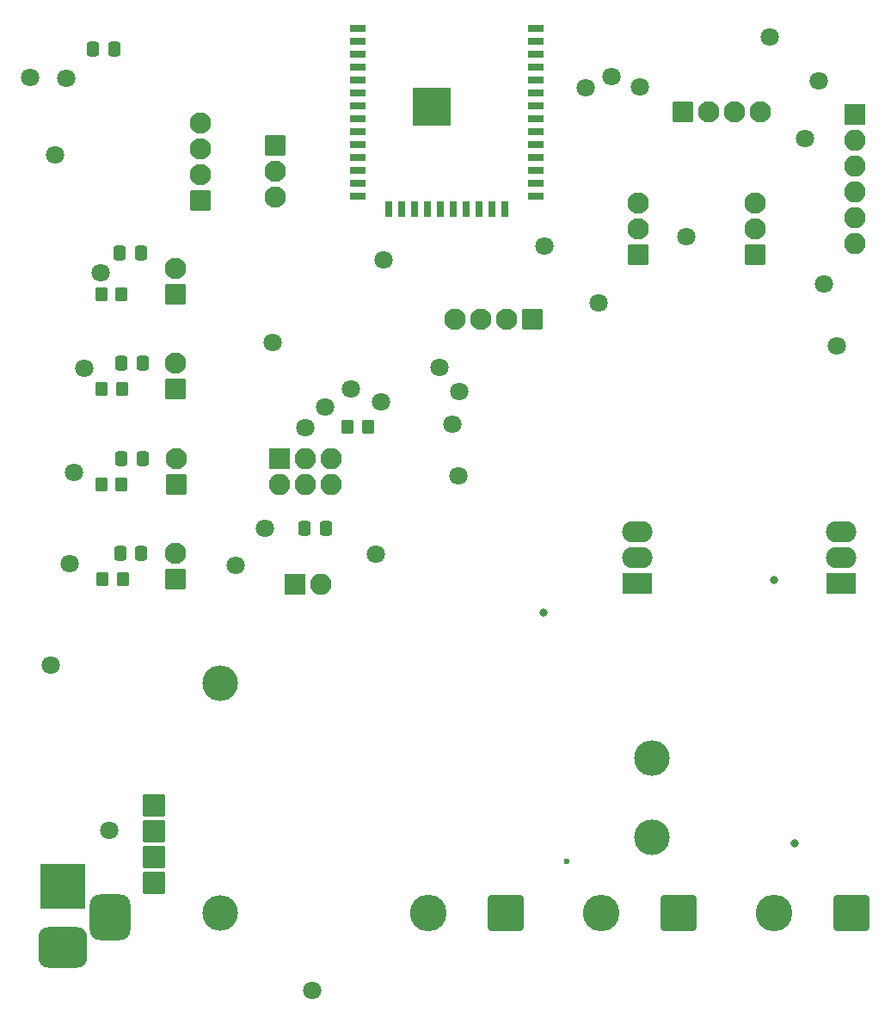
<source format=gbr>
%TF.GenerationSoftware,KiCad,Pcbnew,9.0.5*%
%TF.CreationDate,2025-10-21T15:42:54-03:00*%
%TF.ProjectId,v0.2,76302e32-2e6b-4696-9361-645f70636258,rev?*%
%TF.SameCoordinates,Original*%
%TF.FileFunction,Soldermask,Top*%
%TF.FilePolarity,Negative*%
%FSLAX46Y46*%
G04 Gerber Fmt 4.6, Leading zero omitted, Abs format (unit mm)*
G04 Created by KiCad (PCBNEW 9.0.5) date 2025-10-21 15:42:54*
%MOMM*%
%LPD*%
G01*
G04 APERTURE LIST*
G04 Aperture macros list*
%AMRoundRect*
0 Rectangle with rounded corners*
0 $1 Rounding radius*
0 $2 $3 $4 $5 $6 $7 $8 $9 X,Y pos of 4 corners*
0 Add a 4 corners polygon primitive as box body*
4,1,4,$2,$3,$4,$5,$6,$7,$8,$9,$2,$3,0*
0 Add four circle primitives for the rounded corners*
1,1,$1+$1,$2,$3*
1,1,$1+$1,$4,$5*
1,1,$1+$1,$6,$7*
1,1,$1+$1,$8,$9*
0 Add four rect primitives between the rounded corners*
20,1,$1+$1,$2,$3,$4,$5,0*
20,1,$1+$1,$4,$5,$6,$7,0*
20,1,$1+$1,$6,$7,$8,$9,0*
20,1,$1+$1,$8,$9,$2,$3,0*%
G04 Aperture macros list end*
%ADD10RoundRect,0.250000X-0.350000X-0.450000X0.350000X-0.450000X0.350000X0.450000X-0.350000X0.450000X0*%
%ADD11RoundRect,0.250000X-0.337500X-0.475000X0.337500X-0.475000X0.337500X0.475000X-0.337500X0.475000X0*%
%ADD12RoundRect,0.250000X0.337500X0.475000X-0.337500X0.475000X-0.337500X-0.475000X0.337500X-0.475000X0*%
%ADD13R,4.500000X4.500000*%
%ADD14RoundRect,1.000000X1.400000X-1.000000X1.400000X1.000000X-1.400000X1.000000X-1.400000X-1.000000X0*%
%ADD15RoundRect,1.000000X1.000000X-1.250000X1.000000X1.250000X-1.000000X1.250000X-1.000000X-1.250000X0*%
%ADD16RoundRect,0.250000X0.350000X0.450000X-0.350000X0.450000X-0.350000X-0.450000X0.350000X-0.450000X0*%
%ADD17R,1.500000X0.800000*%
%ADD18R,0.800000X1.500000*%
%ADD19C,0.600000*%
%ADD20R,3.800000X3.800000*%
%ADD21C,3.500000*%
%ADD22O,3.500000X3.500000*%
%ADD23R,3.000000X2.100000*%
%ADD24O,3.000000X2.100000*%
%ADD25RoundRect,0.301724X0.748276X-0.748276X0.748276X0.748276X-0.748276X0.748276X-0.748276X-0.748276X0*%
%ADD26C,2.100000*%
%ADD27RoundRect,0.428573X1.371427X1.371427X-1.371427X1.371427X-1.371427X-1.371427X1.371427X-1.371427X0*%
%ADD28O,3.600000X3.600000*%
%ADD29RoundRect,0.301724X0.748276X0.748276X-0.748276X0.748276X-0.748276X-0.748276X0.748276X-0.748276X0*%
%ADD30RoundRect,0.301724X-0.748276X-0.748276X0.748276X-0.748276X0.748276X0.748276X-0.748276X0.748276X0*%
%ADD31RoundRect,0.102000X-1.000000X-1.000000X1.000000X-1.000000X1.000000X1.000000X-1.000000X1.000000X0*%
%ADD32RoundRect,0.301724X-0.748276X0.748276X-0.748276X-0.748276X0.748276X-0.748276X0.748276X0.748276X0*%
%ADD33R,2.100000X2.100000*%
%ADD34O,2.100000X2.100000*%
%ADD35C,1.800000*%
%ADD36C,0.800000*%
%ADD37C,0.350000*%
%ADD38C,0.300000*%
%ADD39O,3.000000X1.000000*%
%ADD40O,1.000000X3.000000*%
%ADD41C,0.200000*%
G04 APERTURE END LIST*
D10*
%TO.C,R2*%
X41200000Y-106400000D03*
X43200000Y-106400000D03*
%TD*%
D11*
%TO.C,C5*%
X43032500Y-83650000D03*
X45107500Y-83650000D03*
%TD*%
D12*
%TO.C,C1*%
X42457500Y-63600000D03*
X40382500Y-63600000D03*
%TD*%
D10*
%TO.C,R1*%
X41320000Y-115700000D03*
X43320000Y-115700000D03*
%TD*%
D11*
%TO.C,C7*%
X61212500Y-110750000D03*
X63287500Y-110750000D03*
%TD*%
D13*
%TO.C,J17*%
X37400000Y-146000000D03*
D14*
X37400000Y-152000000D03*
D15*
X42100000Y-149000000D03*
%TD*%
D16*
%TO.C,R5*%
X67470000Y-100750000D03*
X65470000Y-100750000D03*
%TD*%
D17*
%TO.C,U1*%
X66470000Y-61550000D03*
X66470000Y-62820000D03*
X66470000Y-64090000D03*
X66470000Y-65360000D03*
X66470000Y-66630000D03*
X66470000Y-67900000D03*
X66470000Y-69170000D03*
X66470000Y-70440000D03*
X66470000Y-71710000D03*
X66470000Y-72980000D03*
X66470000Y-74250000D03*
X66470000Y-75520000D03*
X66470000Y-76790000D03*
X66470000Y-78060000D03*
D18*
X69510000Y-79310000D03*
X70780000Y-79310000D03*
X72050000Y-79310000D03*
X73320000Y-79310000D03*
X74590000Y-79310000D03*
X75860000Y-79310000D03*
X77130000Y-79310000D03*
X78400000Y-79310000D03*
X79670000Y-79310000D03*
X80940000Y-79310000D03*
D17*
X83970000Y-78060000D03*
X83970000Y-76790000D03*
X83970000Y-75520000D03*
X83970000Y-74250000D03*
X83970000Y-72980000D03*
X83970000Y-71710000D03*
X83970000Y-70440000D03*
X83970000Y-69170000D03*
X83970000Y-67900000D03*
X83970000Y-66630000D03*
X83970000Y-65360000D03*
X83970000Y-64090000D03*
X83970000Y-62820000D03*
X83970000Y-61550000D03*
D19*
X72320000Y-68570000D03*
X72320000Y-69970000D03*
X73020000Y-67870000D03*
X73020000Y-69270000D03*
X73020000Y-70670000D03*
X73695000Y-68570000D03*
X73695000Y-69970000D03*
D20*
X73720000Y-69270000D03*
D19*
X74420000Y-67870000D03*
X74420000Y-69270000D03*
X74420000Y-70670000D03*
X75120000Y-68570000D03*
X75120000Y-69970000D03*
%TD*%
D10*
%TO.C,R4*%
X41182500Y-87740000D03*
X43182500Y-87740000D03*
%TD*%
%TO.C,R3*%
X41220000Y-97000000D03*
X43220000Y-97000000D03*
%TD*%
D21*
%TO.C,PS1*%
X95432500Y-141150000D03*
D22*
X95432500Y-133350000D03*
X52932500Y-148550000D03*
X52932500Y-125950000D03*
%TD*%
D11*
%TO.C,C2*%
X43082500Y-113200000D03*
X45157500Y-113200000D03*
%TD*%
%TO.C,C3*%
X43182500Y-103900000D03*
X45257500Y-103900000D03*
%TD*%
%TO.C,C4*%
X43182500Y-94500000D03*
X45257500Y-94500000D03*
%TD*%
D23*
%TO.C,Q1*%
X94000000Y-116200000D03*
D24*
X94000000Y-113660000D03*
X94000000Y-111120000D03*
%TD*%
D25*
%TO.C,J6*%
X105570000Y-83850000D03*
D26*
X105570000Y-81310000D03*
X105570000Y-78770000D03*
%TD*%
D23*
%TO.C,Q2*%
X114000000Y-116200000D03*
D24*
X114000000Y-113660000D03*
X114000000Y-111120000D03*
%TD*%
D27*
%TO.C,J15*%
X115062000Y-148590000D03*
D28*
X107442000Y-148590000D03*
%TD*%
D25*
%TO.C,J3*%
X48557500Y-106400000D03*
D26*
X48557500Y-103860000D03*
%TD*%
D25*
%TO.C,J11*%
X50920000Y-78450000D03*
D26*
X50920000Y-75910000D03*
X50920000Y-73370000D03*
X50920000Y-70830000D03*
%TD*%
D29*
%TO.C,J9*%
X83620000Y-90150000D03*
D26*
X81080000Y-90150000D03*
X78540000Y-90150000D03*
X76000000Y-90150000D03*
%TD*%
D30*
%TO.C,J10*%
X98420000Y-69800000D03*
D26*
X100960000Y-69800000D03*
X103500000Y-69800000D03*
X106040000Y-69800000D03*
%TD*%
D25*
%TO.C,J2*%
X48507500Y-115750000D03*
D26*
X48507500Y-113210000D03*
%TD*%
D27*
%TO.C,J16*%
X81026000Y-148590000D03*
D28*
X73406000Y-148590000D03*
%TD*%
D25*
%TO.C,J5*%
X48520000Y-87700000D03*
D26*
X48520000Y-85160000D03*
%TD*%
D31*
%TO.C,U6*%
X46357500Y-145632500D03*
X46357500Y-140552500D03*
X46357500Y-143092500D03*
X46357500Y-138012500D03*
%TD*%
D25*
%TO.C,J4*%
X48507500Y-97050000D03*
D26*
X48507500Y-94510000D03*
%TD*%
D32*
%TO.C,J12*%
X58320000Y-73100000D03*
D26*
X58320000Y-75640000D03*
X58320000Y-78180000D03*
%TD*%
D27*
%TO.C,J14*%
X98044000Y-148590000D03*
D28*
X90424000Y-148590000D03*
%TD*%
D33*
%TO.C,J1*%
X58780000Y-103910000D03*
D34*
X58780000Y-106450000D03*
X61320000Y-103910000D03*
X61320000Y-106450000D03*
X63860000Y-103910000D03*
X63860000Y-106450000D03*
%TD*%
D33*
%TO.C,J7*%
X60250000Y-116250000D03*
D34*
X62790000Y-116250000D03*
%TD*%
D25*
%TO.C,J13*%
X94020000Y-83850000D03*
D26*
X94020000Y-81310000D03*
X94020000Y-78770000D03*
%TD*%
D33*
%TO.C,J8*%
X115370000Y-70000000D03*
D34*
X115370000Y-72540000D03*
X115370000Y-75080000D03*
X115370000Y-77620000D03*
X115370000Y-80160000D03*
X115370000Y-82700000D03*
%TD*%
D35*
X38470000Y-105200000D03*
X41170000Y-85600000D03*
X38120000Y-114200000D03*
X39520000Y-95000000D03*
X37770000Y-66450000D03*
X68270000Y-113300000D03*
X54400000Y-114400000D03*
X107000000Y-62400000D03*
X34220000Y-66400000D03*
X94220000Y-67300000D03*
X68970000Y-84300000D03*
X42000000Y-140500000D03*
X98770000Y-82000000D03*
X36200000Y-124200000D03*
X76400000Y-105600000D03*
X61976000Y-156210000D03*
X113600000Y-92800000D03*
X58070000Y-92450000D03*
X36620001Y-73999999D03*
X57320000Y-110700000D03*
D36*
X109474000Y-141732000D03*
X84709000Y-118999000D03*
D19*
X87000000Y-143500000D03*
D36*
X107442000Y-115824000D03*
D35*
X68720000Y-98300000D03*
X112320000Y-86700000D03*
X111820000Y-66700000D03*
X61320000Y-100800000D03*
X84820000Y-83000000D03*
X91420000Y-66250000D03*
X65800000Y-97000004D03*
X63200000Y-98799998D03*
X88920000Y-67400000D03*
X110470002Y-72400000D03*
X90120000Y-88600000D03*
X75800006Y-100500000D03*
X76420000Y-97300000D03*
X74470000Y-94950000D03*
D37*
X38470000Y-105200000D03*
X41170000Y-85600000D03*
X38120000Y-114200000D03*
X39520000Y-95000000D03*
X37770000Y-66450000D03*
X68270000Y-113300000D03*
X54400000Y-114400000D03*
X107000000Y-62400000D03*
X34220000Y-66400000D03*
X94220000Y-67300000D03*
X68970000Y-84300000D03*
X42000000Y-140500000D03*
X98770000Y-82000000D03*
X36200000Y-124200000D03*
X76400000Y-105600000D03*
X61976000Y-156210000D03*
X113600000Y-92800000D03*
X58070000Y-92450000D03*
X36620001Y-73999999D03*
X57320000Y-110700000D03*
X109474000Y-141732000D03*
X84709000Y-118999000D03*
D38*
X87000000Y-143500000D03*
D37*
X107442000Y-115824000D03*
X68720000Y-98300000D03*
X112320000Y-86700000D03*
X111820000Y-66700000D03*
X61320000Y-100800000D03*
X84820000Y-83000000D03*
X91420000Y-66250000D03*
X65800000Y-97000004D03*
X63200000Y-98799998D03*
X88920000Y-67400000D03*
X110470002Y-72400000D03*
X90120000Y-88600000D03*
X75800006Y-100500000D03*
X76420000Y-97300000D03*
X74470000Y-94950000D03*
D39*
X37400000Y-146000000D03*
X37400000Y-152000000D03*
D40*
X42100000Y-149000000D03*
D41*
X72320000Y-68570000D03*
X72320000Y-69970000D03*
X73020000Y-67870000D03*
X73020000Y-69270000D03*
X73020000Y-70670000D03*
X73695000Y-68570000D03*
X73695000Y-69970000D03*
X74420000Y-67870000D03*
X74420000Y-69270000D03*
X74420000Y-70670000D03*
X75120000Y-68570000D03*
X75120000Y-69970000D03*
D37*
X95432500Y-141150000D03*
X95432500Y-133350000D03*
X52932500Y-148550000D03*
X52932500Y-125950000D03*
X94000000Y-116200000D03*
X94000000Y-113660000D03*
X94000000Y-111120000D03*
X105570000Y-83850000D03*
X105570000Y-81310000D03*
X105570000Y-78770000D03*
X114000000Y-116200000D03*
X114000000Y-113660000D03*
X114000000Y-111120000D03*
X115062000Y-148590000D03*
X107442000Y-148590000D03*
X48557500Y-106400000D03*
X48557500Y-103860000D03*
X50920000Y-78450000D03*
X50920000Y-75910000D03*
X50920000Y-73370000D03*
X50920000Y-70830000D03*
X83620000Y-90150000D03*
X81080000Y-90150000D03*
X78540000Y-90150000D03*
X76000000Y-90150000D03*
X98420000Y-69800000D03*
X100960000Y-69800000D03*
X103500000Y-69800000D03*
X106040000Y-69800000D03*
X48507500Y-115750000D03*
X48507500Y-113210000D03*
X81026000Y-148590000D03*
X73406000Y-148590000D03*
X48520000Y-87700000D03*
X48520000Y-85160000D03*
X46357500Y-145632500D03*
X46357500Y-140552500D03*
X46357500Y-143092500D03*
X46357500Y-138012500D03*
X48507500Y-97050000D03*
X48507500Y-94510000D03*
X58320000Y-73100000D03*
X58320000Y-75640000D03*
X58320000Y-78180000D03*
X98044000Y-148590000D03*
X90424000Y-148590000D03*
X58780000Y-103910000D03*
X58780000Y-106450000D03*
X61320000Y-103910000D03*
X61320000Y-106450000D03*
X63860000Y-103910000D03*
X63860000Y-106450000D03*
X60250000Y-116250000D03*
X62790000Y-116250000D03*
X94020000Y-83850000D03*
X94020000Y-81310000D03*
X94020000Y-78770000D03*
X115370000Y-70000000D03*
X115370000Y-72540000D03*
X115370000Y-75080000D03*
X115370000Y-77620000D03*
X115370000Y-80160000D03*
X115370000Y-82700000D03*
M02*

</source>
